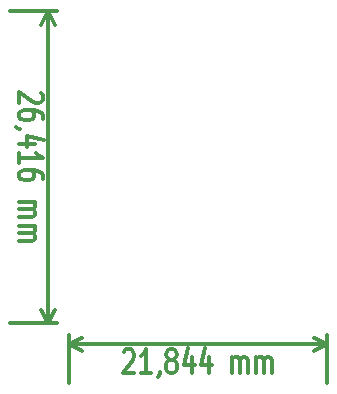
<source format=gbr>
G04 (created by PCBNEW-RS274X (2012-01-19 BZR 3256)-stable) date 2013-11-19 08:27:40*
G01*
G70*
G90*
%MOIN*%
G04 Gerber Fmt 3.4, Leading zero omitted, Abs format*
%FSLAX34Y34*%
G04 APERTURE LIST*
%ADD10C,0.006000*%
%ADD11C,0.012000*%
G04 APERTURE END LIST*
G54D10*
G54D11*
X24061Y-10715D02*
X24099Y-10744D01*
X24137Y-10801D01*
X24137Y-10944D01*
X24099Y-11001D01*
X24061Y-11030D01*
X23985Y-11058D01*
X23909Y-11058D01*
X23794Y-11030D01*
X23337Y-10687D01*
X23337Y-11058D01*
X24137Y-11572D02*
X24137Y-11458D01*
X24099Y-11401D01*
X24061Y-11372D01*
X23947Y-11315D01*
X23794Y-11286D01*
X23490Y-11286D01*
X23413Y-11315D01*
X23375Y-11343D01*
X23337Y-11401D01*
X23337Y-11515D01*
X23375Y-11572D01*
X23413Y-11601D01*
X23490Y-11629D01*
X23680Y-11629D01*
X23756Y-11601D01*
X23794Y-11572D01*
X23832Y-11515D01*
X23832Y-11401D01*
X23794Y-11343D01*
X23756Y-11315D01*
X23680Y-11286D01*
X23375Y-11914D02*
X23337Y-11914D01*
X23261Y-11886D01*
X23223Y-11857D01*
X23871Y-12429D02*
X23337Y-12429D01*
X24175Y-12286D02*
X23604Y-12143D01*
X23604Y-12515D01*
X23337Y-13057D02*
X23337Y-12714D01*
X23337Y-12886D02*
X24137Y-12886D01*
X24023Y-12829D01*
X23947Y-12771D01*
X23909Y-12714D01*
X24137Y-13571D02*
X24137Y-13457D01*
X24099Y-13400D01*
X24061Y-13371D01*
X23947Y-13314D01*
X23794Y-13285D01*
X23490Y-13285D01*
X23413Y-13314D01*
X23375Y-13342D01*
X23337Y-13400D01*
X23337Y-13514D01*
X23375Y-13571D01*
X23413Y-13600D01*
X23490Y-13628D01*
X23680Y-13628D01*
X23756Y-13600D01*
X23794Y-13571D01*
X23832Y-13514D01*
X23832Y-13400D01*
X23794Y-13342D01*
X23756Y-13314D01*
X23680Y-13285D01*
X23337Y-14342D02*
X23871Y-14342D01*
X23794Y-14342D02*
X23832Y-14370D01*
X23871Y-14428D01*
X23871Y-14513D01*
X23832Y-14570D01*
X23756Y-14599D01*
X23337Y-14599D01*
X23756Y-14599D02*
X23832Y-14628D01*
X23871Y-14685D01*
X23871Y-14770D01*
X23832Y-14828D01*
X23756Y-14856D01*
X23337Y-14856D01*
X23337Y-15142D02*
X23871Y-15142D01*
X23794Y-15142D02*
X23832Y-15170D01*
X23871Y-15228D01*
X23871Y-15313D01*
X23832Y-15370D01*
X23756Y-15399D01*
X23337Y-15399D01*
X23756Y-15399D02*
X23832Y-15428D01*
X23871Y-15485D01*
X23871Y-15570D01*
X23832Y-15628D01*
X23756Y-15656D01*
X23337Y-15656D01*
X24301Y-08000D02*
X24301Y-18400D01*
X24600Y-08000D02*
X23021Y-08000D01*
X24600Y-18400D02*
X23021Y-18400D01*
X24301Y-18400D02*
X24071Y-17957D01*
X24301Y-18400D02*
X24531Y-17957D01*
X24301Y-08000D02*
X24071Y-08443D01*
X24301Y-08000D02*
X24531Y-08443D01*
X26815Y-19339D02*
X26844Y-19301D01*
X26901Y-19263D01*
X27044Y-19263D01*
X27101Y-19301D01*
X27130Y-19339D01*
X27158Y-19415D01*
X27158Y-19491D01*
X27130Y-19606D01*
X26787Y-20063D01*
X27158Y-20063D01*
X27729Y-20063D02*
X27386Y-20063D01*
X27558Y-20063D02*
X27558Y-19263D01*
X27501Y-19377D01*
X27443Y-19453D01*
X27386Y-19491D01*
X28014Y-20025D02*
X28014Y-20063D01*
X27986Y-20139D01*
X27957Y-20177D01*
X28358Y-19606D02*
X28300Y-19568D01*
X28272Y-19529D01*
X28243Y-19453D01*
X28243Y-19415D01*
X28272Y-19339D01*
X28300Y-19301D01*
X28358Y-19263D01*
X28472Y-19263D01*
X28529Y-19301D01*
X28558Y-19339D01*
X28586Y-19415D01*
X28586Y-19453D01*
X28558Y-19529D01*
X28529Y-19568D01*
X28472Y-19606D01*
X28358Y-19606D01*
X28300Y-19644D01*
X28272Y-19682D01*
X28243Y-19758D01*
X28243Y-19910D01*
X28272Y-19987D01*
X28300Y-20025D01*
X28358Y-20063D01*
X28472Y-20063D01*
X28529Y-20025D01*
X28558Y-19987D01*
X28586Y-19910D01*
X28586Y-19758D01*
X28558Y-19682D01*
X28529Y-19644D01*
X28472Y-19606D01*
X29100Y-19529D02*
X29100Y-20063D01*
X28957Y-19225D02*
X28814Y-19796D01*
X29186Y-19796D01*
X29671Y-19529D02*
X29671Y-20063D01*
X29528Y-19225D02*
X29385Y-19796D01*
X29757Y-19796D01*
X30442Y-20063D02*
X30442Y-19529D01*
X30442Y-19606D02*
X30470Y-19568D01*
X30528Y-19529D01*
X30613Y-19529D01*
X30670Y-19568D01*
X30699Y-19644D01*
X30699Y-20063D01*
X30699Y-19644D02*
X30728Y-19568D01*
X30785Y-19529D01*
X30870Y-19529D01*
X30928Y-19568D01*
X30956Y-19644D01*
X30956Y-20063D01*
X31242Y-20063D02*
X31242Y-19529D01*
X31242Y-19606D02*
X31270Y-19568D01*
X31328Y-19529D01*
X31413Y-19529D01*
X31470Y-19568D01*
X31499Y-19644D01*
X31499Y-20063D01*
X31499Y-19644D02*
X31528Y-19568D01*
X31585Y-19529D01*
X31670Y-19529D01*
X31728Y-19568D01*
X31756Y-19644D01*
X31756Y-20063D01*
X25000Y-19099D02*
X33600Y-19099D01*
X25000Y-18800D02*
X25000Y-20379D01*
X33600Y-18800D02*
X33600Y-20379D01*
X33600Y-19099D02*
X33157Y-19329D01*
X33600Y-19099D02*
X33157Y-18869D01*
X25000Y-19099D02*
X25443Y-19329D01*
X25000Y-19099D02*
X25443Y-18869D01*
M02*

</source>
